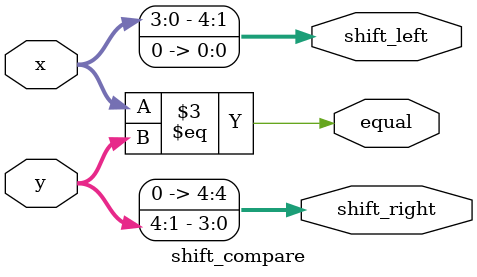
<source format=sv>
module shift_compare (
    input [4:0] x,
    input [4:0] y,
    output [4:0] shift_left,
    output [4:0] shift_right,
    output equal
);
    assign shift_left = x << 1;
    assign shift_right = y >> 1;
    assign equal = (x == y);
endmodule

</source>
